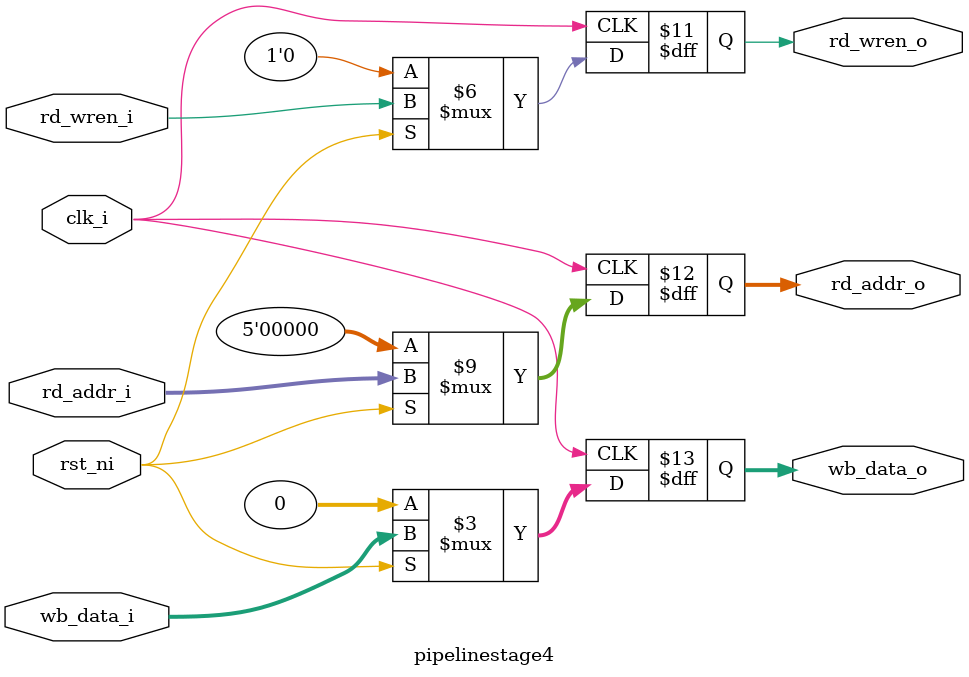
<source format=sv>
module pipelinestage4
(
         input clk_i,
         input rst_ni,
         input rd_wren_i,
         input [4:0] rd_addr_i,
         input [31:0] wb_data_i,
                  
         output reg rd_wren_o,
         output reg[4:0]  rd_addr_o,
         output reg[31:0] wb_data_o
);

always @(posedge clk_i)
if (rst_ni)
begin
         rd_addr_o<=rd_addr_i;
         rd_wren_o<=rd_wren_i;
         wb_data_o<=wb_data_i;
end
else
begin    
         rd_addr_o<=5'b0;
         rd_wren_o<=1'b0;
         wb_data_o <=0;
end
endmodule

</source>
